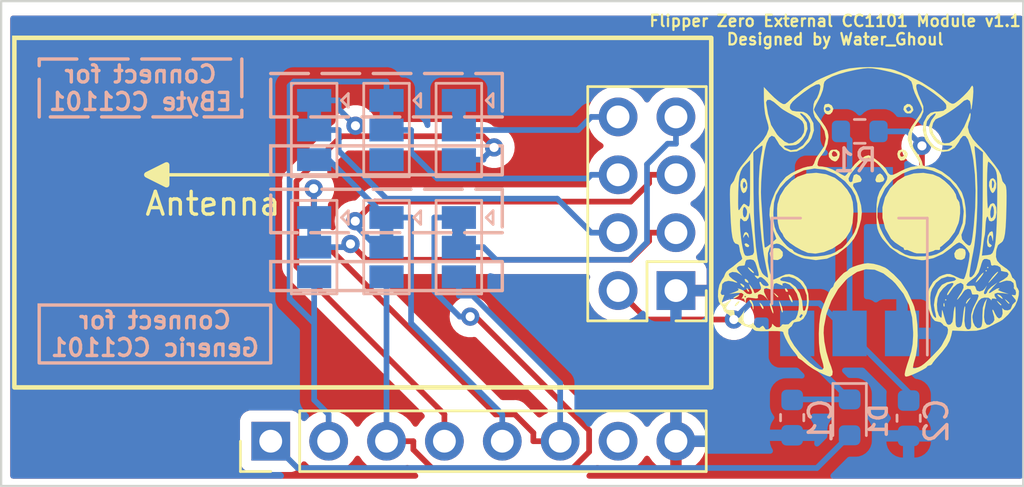
<source format=kicad_pcb>
(kicad_pcb (version 20221018) (generator pcbnew)
  (layers (0 "F.Cu" signal) (31 "B.Cu" signal) (34 "B.Paste" user) (35 "F.Paste" user) (36 "B.SilkS" user "B.Silkscreen") (37 "F.SilkS" user "F.Silkscreen") (38 "B.Mask" user) (39 "F.Mask" user) (44 "Edge.Cuts" user))
  (net 0 "")
  (net 1 "Net-(D1-K)")
  (net 2 "GND")
  (net 3 "+3V3")
  (net 4 "+5V")
  (net 5 "Net-(D2-A)")
  (net 6 "GD0")
  (net 7 "CS")
  (net 8 "SCK")
  (net 9 "MOSI")
  (net 10 "MISO")
  (net 12 "PIN3")
  (net 13 "PIN4")
  (net 14 "PIN5")
  (net 15 "PIN6")
  (net 16 "PIN7")
  (net 17 "PIN8")
  (footprint "Connector_PinHeader_2.54mm:PinHeader_1x08_P2.54mm_Vertical" (layer "F.Cu") (at 128.27 117.1 90)
    (fp_text reference "J3" hide)
    (fp_text value "Conn_01x08" hide)
    (pad "1" thru_hole rect (at 0 0 90) (size 1.7 1.7) (drill 1) (layers "*.Cu" "*.Mask") (net 4 "+5V"))
    (pad "2" thru_hole oval (at 0 2.54 90) (size 1.7 1.7) (drill 1) (layers "*.Cu" "*.Mask") (net 9 "MOSI"))
    (pad "3" thru_hole oval (at 0 5.08 90) (size 1.7 1.7) (drill 1) (layers "*.Cu" "*.Mask") (net 10 "MISO"))
    (pad "4" thru_hole oval (at 0 7.62 90) (size 1.7 1.7) (drill 1) (layers "*.Cu" "*.Mask") (net 7 "CS"))
    (pad "5" thru_hole oval (at 0 10.16 90) (size 1.7 1.7) (drill 1) (layers "*.Cu" "*.Mask") (net 8 "SCK"))
    (pad "6" thru_hole oval (at 0 12.7 90) (size 1.7 1.7) (drill 1) (layers "*.Cu" "*.Mask") (net 6 "GD0"))
    (pad "7" thru_hole oval (at 0 15.24 90) (size 1.7 1.7) (drill 1) (layers "*.Cu" "*.Mask"))
    (pad "8" thru_hole oval (at 0 17.78 90) (size 1.7 1.7) (drill 1) (layers "*.Cu" "*.Mask") (net 2 "GND"))
  )
  (footprint "1 My Parts:Ghoul" (layer "F.Cu") (at 154.305 107.315)
    (fp_text reference "G***" hide)
    (fp_text value "LOGO" hide)
  )
  (footprint "Connector_PinHeader_2.54mm:PinHeader_2x04_P2.54mm_Vertical" (layer "F.Cu") (at 146.05 110.49 180)
    (fp_text reference "J1" hide)
    (fp_text value "EByte CC1101" hide)
    (pad "1" thru_hole rect (at 0 0 180) (size 1.7 1.7) (drill 1) (layers "*.Cu" "*.Mask") (net 2 "GND"))
    (pad "2" thru_hole oval (at 2.54 0 180) (size 1.7 1.7) (drill 1) (layers "*.Cu" "*.Mask") (net 3 "+3V3"))
    (pad "3" thru_hole oval (at 0 2.54 180) (size 1.7 1.7) (drill 1) (layers "*.Cu" "*.Mask") (net 12 "PIN3"))
    (pad "4" thru_hole oval (at 2.54 2.54 180) (size 1.7 1.7) (drill 1) (layers "*.Cu" "*.Mask") (net 13 "PIN4"))
    (pad "5" thru_hole oval (at 0 5.08 180) (size 1.7 1.7) (drill 1) (layers "*.Cu" "*.Mask") (net 14 "PIN5"))
    (pad "6" thru_hole oval (at 2.54 5.08 180) (size 1.7 1.7) (drill 1) (layers "*.Cu" "*.Mask") (net 15 "PIN6"))
    (pad "7" thru_hole oval (at 0 7.62 180) (size 1.7 1.7) (drill 1) (layers "*.Cu" "*.Mask") (net 16 "PIN7"))
    (pad "8" thru_hole oval (at 2.54 7.62 180) (size 1.7 1.7) (drill 1) (layers "*.Cu" "*.Mask") (net 17 "PIN8"))
  )
  (footprint "LED_SMD:LED_0603_1608Metric" (layer "F.Cu") (at 156.845 107.1625 90)
    (fp_text reference "D2" hide)
    (fp_text value "LED" hide)
    (pad "1" smd roundrect (at -0.7875 0 90) (size 0.875 0.95) (layers "F.Cu" "F.Paste" "F.Mask") (net 2 "GND"))
    (pad "2" smd roundrect (at 0.7875 0 90) (size 0.875 0.95) (layers "F.Cu" "F.Paste" "F.Mask") (net 5 "Net-(D2-A)"))
  )
  (footprint "1 My Parts:SolderJumper-3_P1.3mm_Bridged12_Pad1.0x1.5mm" (layer "B.Cu") (at 133.35 108.585 -90)
    (fp_text reference "JP3" hide)
    (fp_text value "SolderJumper_3_Bridged12" hide)
    (fp_poly (pts (xy -0.9 0.3) (xy -0.4 0.3) (xy -0.4 -0.3) (xy -0.9 -0.3)) (fill solid) (layer "B.Cu"))
    (pad "1" smd rect (at -1.3 0 270) (size 1 1.5) (layers "B.Cu" "B.Mask") (net 8 "SCK"))
    (pad "2" smd rect (at 0 0 270) (size 1 1.5) (layers "B.Cu" "B.Mask") (net 14 "PIN5"))
    (pad "3" smd rect (at 1.3 0 270) (size 1 1.5) (layers "B.Cu" "B.Mask") (net 10 "MISO"))
  )
  (footprint "1 My Parts:SolderJumper-3_P1.3mm_Bridged12_Pad1.0x1.5mm" (layer "B.Cu") (at 136.525 103.445 -90)
    (fp_text reference "JP5" hide)
    (fp_text value "SolderJumper_3_Bridged12" hide)
    (fp_poly (pts (xy -0.9 0.3) (xy -0.4 0.3) (xy -0.4 -0.3) (xy -0.9 -0.3)) (fill solid) (layer "B.Cu"))
    (pad "1" smd rect (at -1.3 0 270) (size 1 1.5) (layers "B.Cu" "B.Mask"))
    (pad "2" smd rect (at 0 0 270) (size 1 1.5) (layers "B.Cu" "B.Mask") (net 17 "PIN8"))
    (pad "3" smd rect (at 1.3 0 270) (size 1 1.5) (layers "B.Cu" "B.Mask") (net 7 "CS"))
  )
  (footprint "Capacitor_SMD:C_0603_1608Metric" (layer "B.Cu") (at 151.15 116.065 -90)
    (fp_text reference "C1" (at 0.14 -1.25 90) (layer "B.SilkS") (effects (justify mirror)))
    (fp_text value "10uF" hide)
    (pad "1" smd roundrect (at -0.775 0 270) (size 0.9 0.95) (layers "B.Cu" "B.Paste" "B.Mask") (net 1 "Net-(D1-K)"))
    (pad "2" smd roundrect (at 0.775 0 270) (size 0.9 0.95) (layers "B.Cu" "B.Paste" "B.Mask") (net 2 "GND"))
  )
  (footprint "Resistor_SMD:R_0603_1608Metric" (layer "B.Cu") (at 154.115 103.505)
    (fp_text reference "R1" (at -0.19 1.27) (layer "B.SilkS") (effects (justify mirror)))
    (fp_text value "1k" hide)
    (pad "1" smd roundrect (at -0.825 0) (size 0.8 0.95) (layers "B.Cu" "B.Paste" "B.Mask") (net 3 "+3V3"))
    (pad "2" smd roundrect (at 0.825 0) (size 0.8 0.95) (layers "B.Cu" "B.Paste" "B.Mask") (net 5 "Net-(D2-A)"))
  )
  (footprint "Capacitor_SMD:C_0603_1608Metric" (layer "B.Cu") (at 156.2608 116.091 -90)
    (fp_text reference "C2" (at 0.114 -1.2192 90) (layer "B.SilkS") (effects (justify mirror)))
    (fp_text value "100uF" hide)
    (pad "1" smd roundrect (at -0.775 0 270) (size 0.9 0.95) (layers "B.Cu" "B.Paste" "B.Mask") (net 3 "+3V3"))
    (pad "2" smd roundrect (at 0.775 0 270) (size 0.9 0.95) (layers "B.Cu" "B.Paste" "B.Mask") (net 2 "GND"))
  )
  (footprint "Package_TO_SOT_SMD:SOT-223-3_TabPin2" (layer "B.Cu") (at 153.67 109.22 90)
    (fp_text reference "U1" hide)
    (fp_text value "AMS1117CD-3.3" hide)
    (pad "1" smd rect (at -3.15 2.3 90) (size 2 1.5) (layers "B.Cu" "B.Paste" "B.Mask") (net 2 "GND"))
    (pad "2" smd rect (at -3.15 0 90) (size 2 1.5) (layers "B.Cu" "B.Paste" "B.Mask") (net 3 "+3V3"))
    (pad "2" smd rect (at 3.15 0 90) (size 2 3.8) (layers "B.Cu" "B.Paste" "B.Mask") (net 3 "+3V3"))
    (pad "3" smd rect (at -3.15 -2.3 90) (size 2 1.5) (layers "B.Cu" "B.Paste" "B.Mask") (net 1 "Net-(D1-K)"))
  )
  (footprint "1 My Parts:SolderJumper-3_P1.3mm_Bridged12_Pad1.0x1.5mm" (layer "B.Cu") (at 130.175 103.445 -90)
    (fp_text reference "JP2" hide)
    (fp_text value "SolderJumper_3_Bridged12" hide)
    (fp_poly (pts (xy -0.9 0.3) (xy -0.4 0.3) (xy -0.4 -0.3) (xy -0.9 -0.3)) (fill solid) (layer "B.Cu"))
    (pad "1" smd rect (at -1.3 0 270) (size 1 1.5) (layers "B.Cu" "B.Mask") (net 7 "CS"))
    (pad "2" smd rect (at 0 0 270) (size 1 1.5) (layers "B.Cu" "B.Mask") (net 13 "PIN4"))
    (pad "3" smd rect (at 1.3 0 270) (size 1 1.5) (layers "B.Cu" "B.Mask") (net 8 "SCK"))
  )
  (footprint "1 My Parts:SolderJumper-3_P1.3mm_Bridged12_Pad1.0x1.5mm" (layer "B.Cu") (at 133.35 103.445 -90)
    (fp_text reference "JP4" hide)
    (fp_text value "SolderJumper_3_Bridged12" hide)
    (fp_poly (pts (xy -0.9 0.3) (xy -0.4 0.3) (xy -0.4 -0.3) (xy -0.9 -0.3)) (fill solid) (layer "B.Cu"))
    (pad "1" smd rect (at -1.3 0 270) (size 1 1.5) (layers "B.Cu" "B.Mask") (net 9 "MOSI"))
    (pad "2" smd rect (at 0 0 270) (size 1 1.5) (layers "B.Cu" "B.Mask") (net 15 "PIN6"))
    (pad "3" smd rect (at 1.3 0 270) (size 1 1.5) (layers "B.Cu" "B.Mask"))
  )
  (footprint "Diode_SMD:D_0603_1608Metric" (layer "B.Cu") (at 153.67 116.0525 -90)
    (fp_text reference "D1" (at 0.1525 -1.27 90) (layer "B.SilkS") (effects (font (size 0.75 0.75)) (justify mirror)))
    (fp_text value "1N4001" hide)
    (pad "1" smd roundrect (at -0.7875 0 270) (size 0.875 0.95) (layers "B.Cu" "B.Paste" "B.Mask") (net 1 "Net-(D1-K)"))
    (pad "2" smd roundrect (at 0.7875 0 270) (size 0.875 0.95) (layers "B.Cu" "B.Paste" "B.Mask") (net 4 "+5V"))
  )
  (footprint "1 My Parts:SolderJumper-3_P1.3mm_Bridged12_Pad1.0x1.5mm" (layer "B.Cu") (at 130.175 108.585 -90)
    (fp_text reference "JP1" hide)
    (fp_text value "SolderJumper_3_Bridged12" hide)
    (fp_poly (pts (xy -0.9 0.3) (xy -0.4 0.3) (xy -0.4 -0.3) (xy -0.9 -0.3)) (fill solid) (layer "B.Cu"))
    (pad "1" smd rect (at -1.3 0 270) (size 1 1.5) (layers "B.Cu" "B.Mask") (net 6 "GD0"))
    (pad "2" smd rect (at 0 0 270) (size 1 1.5) (layers "B.Cu" "B.Mask") (net 12 "PIN3"))
    (pad "3" smd rect (at 1.3 0 270) (size 1 1.5) (layers "B.Cu" "B.Mask") (net 9 "MOSI"))
  )
  (footprint "1 My Parts:SolderJumper-3_P1.3mm_Bridged12_Pad1.0x1.5mm" (layer "B.Cu") (at 136.525 108.585 -90)
    (fp_text reference "JP6" hide)
    (fp_text value "SolderJumper_3_Bridged12" hide)
    (fp_poly (pts (xy -0.9 0.3) (xy -0.4 0.3) (xy -0.4 -0.3) (xy -0.9 -0.3)) (fill solid) (layer "B.Cu"))
    (pad "1" smd rect (at -1.3 0 270) (size 1 1.5) (layers "B.Cu" "B.Mask") (net 10 "MISO"))
    (pad "2" smd rect (at 0 0 270) (size 1 1.5) (layers "B.Cu" "B.Mask") (net 16 "PIN7"))
    (pad "3" smd rect (at 1.3 0 270) (size 1 1.5) (layers "B.Cu" "B.Mask") (net 6 "GD0"))
  )
  (gr_rect (start 118.11 100.33) (end 127 102.87) (stroke (width 0.15) (type dash)) (fill none) (layer "B.SilkS"))
  (gr_rect (start 118.11 111.125) (end 128.27 113.665) (stroke (width 0.15)) (fill none) (layer "B.SilkS"))
  (gr_rect (start 128.27 100.965) (end 138.43 102.87) (stroke (width 0.15) (type dash)) (fill none) (layer "B.SilkS"))
  (gr_rect (start 128.27 109.22) (end 138.43 110.49) (stroke (width 0.15)) (fill none) (layer "B.SilkS"))
  (gr_rect (start 128.27 106.045) (end 138.43 107.95) (stroke (width 0.15) (type dash)) (fill none) (layer "B.SilkS"))
  (gr_rect (start 128.27 104.14) (end 138.43 105.41) (stroke (width 0.15)) (fill none) (layer "B.SilkS"))
  (gr_rect (start 117.02 99.4) (end 147.6 114.74) (stroke (width 0.2)) (fill none) (layer "F.SilkS"))
  (gr_line (start 128.27 105.41) (end 123.19 105.41) (stroke (width 0.15)) (layer "F.SilkS"))
  (gr_rect (start 116.44 97.79) (end 161.29 119.065) (stroke (width 0.1)) (fill none) (layer "Edge.Cuts"))
  (gr_text "Connect for\nEByte CC1101" (at 122.555 101.6) (layer "B.SilkS") (effects (font (size 0.75 0.75)) (justify mirror)))
  (gr_text "Connect for\nGeneric CC1101" (at 123.19 112.395) (layer "B.SilkS") (effects (font (size 0.75 0.75)) (justify mirror)))
  (gr_text "Antenna" (at 125.73 106.68) (layer "F.SilkS") (effects (font (size 1 1))))
  (gr_text "Flipper Zero External CC1101 Module v1.1\nDesigned by Water_Ghoul" (at 153.035 99.06) (layer "F.SilkS") (effects (font (size 0.5 0.5) (thickness 0.1) bold)))
  (segment (start 151.37 112.965) (end 151.37 112.37) (width 0.25) (layer "B.Cu") (net 1))
  (segment (start 151.175 115.265) (end 153.67 115.265) (width 0.25) (layer "B.Cu") (net 1))
  (segment (start 151.15 115.29) (end 151.175 115.265) (width 0.25) (layer "B.Cu") (net 1))
  (segment (start 153.67 115.265) (end 151.37 112.965) (width 0.25) (layer "B.Cu") (net 1))
  (segment (start 144.78 111.76) (end 148.59 111.76) (width 0.25) (layer "F.Cu") (net 3))
  (segment (start 143.51 110.49) (end 144.78 111.76) (width 0.25) (layer "F.Cu") (net 3))
  (via (at 148.59 111.76) (size 0.8) (drill 0.4) (layers "F.Cu" "B.Cu") (net 3))
  (segment (start 156.261 114.961) (end 153.67 112.37) (width 0.25) (layer "B.Cu") (net 3))
  (segment (start 153.67 106.07) (end 153.67 112.37) (width 0.25) (layer "B.Cu") (net 3))
  (segment (start 148.59 111.76) (end 149.305 111.045) (width 0.25) (layer "B.Cu") (net 3))
  (segment (start 152.345 111.045) (end 153.67 112.37) (width 0.25) (layer "B.Cu") (net 3))
  (segment (start 156.261 115.1385) (end 156.261 114.961) (width 0.25) (layer "B.Cu") (net 3))
  (segment (start 156.2608 115.1387) (end 156.2608 115.316) (width 0.25) (layer "B.Cu") (net 3))
  (segment (start 153.67 106.07) (end 153.67 103.885) (width 0.25) (layer "B.Cu") (net 3))
  (segment (start 153.67 103.885) (end 153.29 103.505) (width 0.25) (layer "B.Cu") (net 3))
  (segment (start 156.261 115.1385) (end 156.2608 115.1387) (width 0.25) (layer "B.Cu") (net 3))
  (segment (start 156.261 115.316) (end 156.261 115.1385) (width 0.25) (layer "B.Cu") (net 3))
  (segment (start 149.305 111.045) (end 152.345 111.045) (width 0.25) (layer "B.Cu") (net 3))
  (segment (start 153.67 116.84) (end 152.235 118.275) (width 0.25) (layer "B.Cu") (net 4))
  (segment (start 129.445 118.275) (end 128.27 117.1) (width 0.25) (layer "B.Cu") (net 4))
  (segment (start 152.235 118.275) (end 129.445 118.275) (width 0.25) (layer "B.Cu") (net 4))
  (segment (start 156.845 104.14) (end 156.845 106.375) (width 0.25) (layer "F.Cu") (net 5))
  (via (at 156.845 104.14) (size 0.8) (drill 0.4) (layers "F.Cu" "B.Cu") (net 5))
  (segment (start 154.94 103.505) (end 156.21 103.505) (width 0.25) (layer "B.Cu") (net 5))
  (segment (start 156.21 103.505) (end 156.845 104.14) (width 0.25) (layer "B.Cu") (net 5))
  (segment (start 138.9841 115.9231) (end 138.1334 115.9231) (width 0.25) (layer "F.Cu") (net 6))
  (segment (start 130.1541 107.9438) (end 130.1541 106.015) (width 0.25) (layer "F.Cu") (net 6))
  (segment (start 138.1334 115.9231) (end 130.1541 107.9438) (width 0.25) (layer "F.Cu") (net 6))
  (segment (start 139.7931 116.7321) (end 138.9841 115.9231) (width 0.25) (layer "F.Cu") (net 6))
  (segment (start 139.7931 117.1) (end 139.7931 116.7321) (width 0.25) (layer "F.Cu") (net 6))
  (segment (start 140.97 117.1) (end 139.7931 117.1) (width 0.25) (layer "F.Cu") (net 6))
  (via (at 130.1541 106.015) (size 0.8) (drill 0.4) (layers "F.Cu" "B.Cu") (net 6))
  (segment (start 140.97 114.554) (end 137.1279 110.7119) (width 0.25) (layer "B.Cu") (net 6))
  (segment (start 130.1541 106.015) (end 130.175 106.0359) (width 0.25) (layer "B.Cu") (net 6))
  (segment (start 136.525 109.885) (end 136.525 110.7119) (width 0.25) (layer "B.Cu") (net 6))
  (segment (start 130.175 106.0359) (end 130.175 107.285) (width 0.25) (layer "B.Cu") (net 6))
  (segment (start 137.1279 110.7119) (end 136.525 110.7119) (width 0.25) (layer "B.Cu") (net 6))
  (segment (start 140.97 117.1) (end 140.97 114.554) (width 0.25) (layer "B.Cu") (net 6))
  (segment (start 131.3725 103.7182) (end 129.3946 105.6961) (width 0.25) (layer "F.Cu") (net 7))
  (segment (start 137.5792 103.7182) (end 138.0701 104.2091) (width 0.25) (layer "F.Cu") (net 7))
  (segment (start 135.89 117.1) (end 135.89 115.9231) (width 0.25) (layer "F.Cu") (net 7))
  (segment (start 129.3946 105.6961) (end 129.3946 109.4277) (width 0.25) (layer "F.Cu") (net 7))
  (segment (start 129.3946 109.4277) (end 135.89 115.9231) (width 0.25) (layer "F.Cu") (net 7))
  (segment (start 131.9885 103.7182) (end 131.3725 103.7182) (width 0.25) (layer "F.Cu") (net 7))
  (segment (start 131.9885 103.2575) (end 131.9885 103.7182) (width 0.25) (layer "F.Cu") (net 7))
  (segment (start 131.9885 103.7182) (end 137.5792 103.7182) (width 0.25) (layer "F.Cu") (net 7))
  (via (at 138.0701 104.2091) (size 0.8) (drill 0.4) (layers "F.Cu" "B.Cu") (net 7))
  (via (at 131.9885 103.2575) (size 0.8) (drill 0.4) (layers "F.Cu" "B.Cu") (net 7))
  (segment (start 137.6019 104.6773) (end 138.0701 104.2091) (width 0.25) (layer "B.Cu") (net 7))
  (segment (start 131.2519 102.5209) (end 131.2519 102.145) (width 0.25) (layer "B.Cu") (net 7))
  (segment (start 130.175 102.145) (end 131.2519 102.145) (width 0.25) (layer "B.Cu") (net 7))
  (segment (start 136.525 104.745) (end 137.6019 104.745) (width 0.25) (layer "B.Cu") (net 7))
  (segment (start 131.9885 103.2575) (end 131.2519 102.5209) (width 0.25) (layer "B.Cu") (net 7))
  (segment (start 137.6019 104.745) (end 137.6019 104.6773) (width 0.25) (layer "B.Cu") (net 7))
  (segment (start 138.43 117.1) (end 138.43 115.9231) (width 0.25) (layer "B.Cu") (net 8))
  (segment (start 130.175 104.745) (end 130.81 104.745) (width 0.25) (layer "B.Cu") (net 8))
  (segment (start 134.4269 111.92) (end 138.43 115.9231) (width 0.25) (layer "B.Cu") (net 8))
  (segment (start 134.4269 107.285) (end 134.4269 111.92) (width 0.25) (layer "B.Cu") (net 8))
  (segment (start 133.35 107.285) (end 134.4269 107.285) (width 0.25) (layer "B.Cu") (net 8))
  (segment (start 130.81 104.745) (end 133.35 107.285) (width 0.25) (layer "B.Cu") (net 8))
  (segment (start 130.175 109.885) (end 130.175 110.0917) (width 0.25) (layer "B.Cu") (net 9))
  (segment (start 133.35 102.145) (end 133.35 101.3181) (width 0.25) (layer "B.Cu") (net 9))
  (segment (start 130.81 117.1) (end 130.81 115.9231) (width 0.25) (layer "B.Cu") (net 9))
  (segment (start 129.0981 101.5068) (end 129.0981 110.8479) (width 0.25) (layer "B.Cu") (net 9))
  (segment (start 133.35 101.3181) (end 129.2868 101.3181) (width 0.25) (layer "B.Cu") (net 9))
  (segment (start 129.2868 101.3181) (end 129.0981 101.5068) (width 0.25) (layer "B.Cu") (net 9))
  (segment (start 130.175 111.9248) (end 130.175 115.2881) (width 0.25) (layer "B.Cu") (net 9))
  (segment (start 129.0981 110.8479) (end 130.175 111.9248) (width 0.25) (layer "B.Cu") (net 9))
  (segment (start 130.175 115.2881) (end 130.81 115.9231) (width 0.25) (layer "B.Cu") (net 9))
  (segment (start 130.175 111.9248) (end 130.175 110.0917) (width 0.25) (layer "B.Cu") (net 9))
  (segment (start 135.3759 118.3168) (end 141.4888 118.3168) (width 0.25) (layer "F.Cu") (net 10))
  (segment (start 142.24 116.6202) (end 137.2541 111.6343) (width 0.25) (layer "F.Cu") (net 10))
  (segment (start 133.35 117.1) (end 134.5269 117.1) (width 0.25) (layer "F.Cu") (net 10))
  (segment (start 137.2541 111.6343) (end 137.0223 111.6343) (width 0.25) (layer "F.Cu") (net 10))
  (segment (start 134.5269 117.4678) (end 135.3759 118.3168) (width 0.25) (layer "F.Cu") (net 10))
  (segment (start 142.24 117.5656) (end 142.24 116.6202) (width 0.25) (layer "F.Cu") (net 10))
  (segment (start 134.5269 117.1) (end 134.5269 117.4678) (width 0.25) (layer "F.Cu") (net 10))
  (segment (start 141.4888 118.3168) (end 142.24 117.5656) (width 0.25) (layer "F.Cu") (net 10))
  (via (at 137.0223 111.6343) (size 0.8) (drill 0.4) (layers "F.Cu" "B.Cu") (net 10))
  (segment (start 133.35 109.885) (end 133.35 117.1) (width 0.25) (layer "B.Cu") (net 10))
  (segment (start 136.525 107.285) (end 135.4481 107.285) (width 0.25) (layer "B.Cu") (net 10))
  (segment (start 135.4481 110.5204) (end 136.562 111.6343) (width 0.25) (layer "B.Cu") (net 10))
  (segment (start 136.562 111.6343) (end 137.0223 111.6343) (width 0.25) (layer "B.Cu") (net 10))
  (segment (start 135.4481 107.285) (end 135.4481 110.5204) (width 0.25) (layer "B.Cu") (net 10))
  (segment (start 144.8731 108.3178) (end 144.0523 109.1386) (width 0.25) (layer "F.Cu") (net 12))
  (segment (start 144.0523 109.1386) (end 132.4631 109.1386) (width 0.25) (layer "F.Cu") (net 12))
  (segment (start 132.4631 109.1386) (end 131.7699 108.4454) (width 0.25) (layer "F.Cu") (net 12))
  (segment (start 146.05 107.95) (end 144.8731 107.95) (width 0.25) (layer "F.Cu") (net 12))
  (segment (start 144.8731 107.95) (end 144.8731 108.3178) (width 0.25) (layer "F.Cu") (net 12))
  (via (at 131.7699 108.4454) (size 0.8) (drill 0.4) (layers "F.Cu" "B.Cu") (net 12))
  (segment (start 131.6303 108.585) (end 131.7699 108.4454) (width 0.25) (layer "B.Cu") (net 12))
  (segment (start 131.2519 108.585) (end 131.6303 108.585) (width 0.25) (layer "B.Cu") (net 12))
  (segment (start 130.175 108.585) (end 131.2519 108.585) (width 0.25) (layer "B.Cu") (net 12))
  (segment (start 142.3331 107.95) (end 140.8412 106.4581) (width 0.25) (layer "B.Cu") (net 13))
  (segment (start 133.3507 106.4581) (end 131.2519 104.3593) (width 0.25) (layer "B.Cu") (net 13))
  (segment (start 130.175 103.445) (end 131.2519 103.445) (width 0.25) (layer "B.Cu") (net 13))
  (segment (start 131.2519 104.3593) (end 131.2519 103.445) (width 0.25) (layer "B.Cu") (net 13))
  (segment (start 143.51 107.95) (end 142.3331 107.95) (width 0.25) (layer "B.Cu") (net 13))
  (segment (start 140.8412 106.4581) (end 133.3507 106.4581) (width 0.25) (layer "B.Cu") (net 13))
  (segment (start 132.8349 106.5869) (end 131.9784 107.4434) (width 0.25) (layer "F.Cu") (net 14))
  (segment (start 146.05 105.41) (end 144.8731 105.41) (width 0.25) (layer "F.Cu") (net 14))
  (segment (start 144.8731 105.41) (end 144.8731 105.7779) (width 0.25) (layer "F.Cu") (net 14))
  (segment (start 144.0641 106.5869) (end 132.8349 106.5869) (width 0.25) (layer "F.Cu") (net 14))
  (segment (start 144.8731 105.7779) (end 144.0641 106.5869) (width 0.25) (layer "F.Cu") (net 14))
  (via (at 131.9784 107.4434) (size 0.8) (drill 0.4) (layers "F.Cu" "B.Cu") (net 14))
  (segment (start 133.35 108.585) (end 132.9377 108.585) (width 0.25) (layer "B.Cu") (net 14))
  (segment (start 132.9377 108.585) (end 131.9784 107.6257) (width 0.25) (layer "B.Cu") (net 14))
  (segment (start 131.9784 107.6257) (end 131.9784 107.4434) (width 0.25) (layer "B.Cu") (net 14))
  (segment (start 142.1712 105.5719) (end 142.3331 105.41) (width 0.25) (layer "B.Cu") (net 15))
  (segment (start 134.4269 103.445) (end 134.4269 104.4225) (width 0.25) (layer "B.Cu") (net 15))
  (segment (start 134.4269 104.4225) (end 135.5763 105.5719) (width 0.25) (layer "B.Cu") (net 15))
  (segment (start 143.51 105.41) (end 142.3331 105.41) (width 0.25) (layer "B.Cu") (net 15))
  (segment (start 133.35 103.445) (end 134.4269 103.445) (width 0.25) (layer "B.Cu") (net 15))
  (segment (start 135.5763 105.5719) (end 142.1712 105.5719) (width 0.25) (layer "B.Cu") (net 15))
  (segment (start 138.1575 109.1406) (end 144.0094 109.1406) (width 0.25) (layer "B.Cu") (net 16))
  (segment (start 144.78 108.37) (end 144.78 104.9511) (width 0.25) (layer "B.Cu") (net 16))
  (segment (start 145.6842 104.0469) (end 146.05 104.0469) (width 0.25) (layer "B.Cu") (net 16))
  (segment (start 146.05 102.87) (end 146.05 104.0469) (width 0.25) (layer "B.Cu") (net 16))
  (segment (start 144.0094 109.1406) (end 144.78 108.37) (width 0.25) (layer "B.Cu") (net 16))
  (segment (start 144.78 104.9511) (end 145.6842 104.0469) (width 0.25) (layer "B.Cu") (net 16))
  (segment (start 137.6019 108.585) (end 138.1575 109.1406) (width 0.25) (layer "B.Cu") (net 16))
  (segment (start 136.525 108.585) (end 137.6019 108.585) (width 0.25) (layer "B.Cu") (net 16))
  (segment (start 136.525 103.445) (end 141.7581 103.445) (width 0.25) (layer "B.Cu") (net 17))
  (segment (start 143.51 102.87) (end 142.3331 102.87) (width 0.25) (layer "B.Cu") (net 17))
  (segment (start 141.7581 103.445) (end 142.3331 102.87) (width 0.25) (layer "B.Cu") (net 17))
  (zone (net 2) (net_name "GND") (layers "F&B.Cu") (connect_pads (clearance 0.5)) (min_thickness 0.25) (fill yes (thermal_gap 0.5) (thermal_bridge_width 0.5))
    (polygon (pts (xy 161.29 118.745) (xy 116.84 118.745) (xy 116.84 98.425) (xy 161.29 98.425)))
  )
  (zone (net 0) (net_name "") (layer "F.SilkS") (connect_pads (clearance 0.5)) (min_thickness 0.25) (fill yes (thermal_gap 0.5) (thermal_bridge_width 0.5))
    (polygon (pts (xy 122.555 105.41) (xy 123.825 104.775) (xy 123.825 106.045)))
  )
)
</source>
